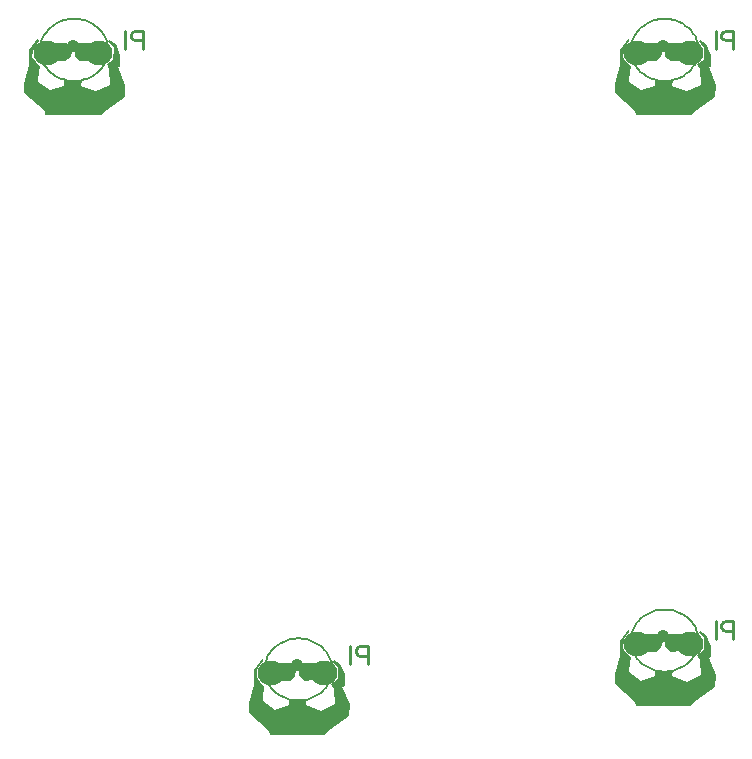
<source format=gbo>
G04 DipTrace 2.4.0.2*
%INBottomSilk.gbo*%
%MOMM*%
%ADD25C,0.152*%
%ADD27O,2.25X2.1*%
%ADD28C,1.05*%
%ADD93C,0.235*%
%FSLAX53Y53*%
G04*
G71*
G90*
G75*
G01*
%LNBotSilk*%
%LPD*%
X62100Y16325D2*
D25*
X62107Y16508D1*
X62128Y16690D1*
X62163Y16871D1*
X62211Y17049D1*
X62273Y17223D1*
X62349Y17393D1*
X62437Y17557D1*
X62537Y17716D1*
X62649Y17868D1*
X62773Y18012D1*
X62907Y18148D1*
X63051Y18276D1*
X63205Y18394D1*
X63367Y18501D1*
X63538Y18598D1*
X63715Y18684D1*
X63898Y18759D1*
X64087Y18822D1*
X64279Y18872D1*
X64476Y18910D1*
X64674Y18936D1*
X64875Y18948D1*
X65075D1*
X65276Y18936D1*
X65474Y18910D1*
X65671Y18872D1*
X65863Y18822D1*
X66052Y18759D1*
X66235Y18684D1*
X66413Y18598D1*
X66583Y18501D1*
X66745Y18394D1*
X66899Y18276D1*
X67043Y18148D1*
X67177Y18012D1*
X67301Y17868D1*
X67413Y17716D1*
X67513Y17557D1*
X67601Y17393D1*
X67677Y17223D1*
X67739Y17049D1*
X67787Y16871D1*
X67822Y16690D1*
X67843Y16508D1*
X67850Y16325D1*
X67843Y16142D1*
X67822Y15960D1*
X67787Y15779D1*
X67739Y15601D1*
X67677Y15427D1*
X67601Y15257D1*
X67513Y15093D1*
X67413Y14934D1*
X67301Y14782D1*
X67177Y14638D1*
X67043Y14502D1*
X66899Y14374D1*
X66745Y14256D1*
X66583Y14149D1*
X66413Y14052D1*
X66235Y13966D1*
X66052Y13891D1*
X65863Y13828D1*
X65671Y13778D1*
X65474Y13740D1*
X65276Y13714D1*
X65075Y13702D1*
X64875D1*
X64674Y13714D1*
X64476Y13740D1*
X64279Y13778D1*
X64087Y13828D1*
X63898Y13891D1*
X63715Y13966D1*
X63538Y14052D1*
X63367Y14149D1*
X63205Y14256D1*
X63051Y14374D1*
X62907Y14502D1*
X62773Y14638D1*
X62649Y14782D1*
X62537Y14934D1*
X62437Y15093D1*
X62349Y15257D1*
X62273Y15427D1*
X62211Y15601D1*
X62163Y15779D1*
X62128Y15960D1*
X62107Y16142D1*
X62100Y16325D1*
X31100Y13875D2*
X31107Y14058D1*
X31128Y14240D1*
X31163Y14421D1*
X31211Y14599D1*
X31273Y14773D1*
X31349Y14943D1*
X31437Y15107D1*
X31537Y15266D1*
X31649Y15418D1*
X31773Y15562D1*
X31907Y15698D1*
X32051Y15826D1*
X32205Y15944D1*
X32367Y16051D1*
X32538Y16148D1*
X32715Y16234D1*
X32898Y16309D1*
X33087Y16372D1*
X33279Y16422D1*
X33476Y16460D1*
X33674Y16486D1*
X33875Y16498D1*
X34075D1*
X34276Y16486D1*
X34474Y16460D1*
X34671Y16422D1*
X34863Y16372D1*
X35052Y16309D1*
X35235Y16234D1*
X35413Y16148D1*
X35583Y16051D1*
X35745Y15944D1*
X35899Y15826D1*
X36043Y15698D1*
X36177Y15562D1*
X36301Y15418D1*
X36413Y15266D1*
X36513Y15107D1*
X36601Y14943D1*
X36677Y14773D1*
X36739Y14599D1*
X36787Y14421D1*
X36822Y14240D1*
X36843Y14058D1*
X36850Y13875D1*
X36843Y13692D1*
X36822Y13510D1*
X36787Y13329D1*
X36739Y13151D1*
X36677Y12977D1*
X36601Y12807D1*
X36513Y12643D1*
X36413Y12484D1*
X36301Y12332D1*
X36177Y12188D1*
X36043Y12052D1*
X35899Y11924D1*
X35745Y11806D1*
X35583Y11699D1*
X35413Y11602D1*
X35235Y11516D1*
X35052Y11441D1*
X34863Y11378D1*
X34671Y11328D1*
X34474Y11290D1*
X34276Y11264D1*
X34075Y11252D1*
X33875D1*
X33674Y11264D1*
X33476Y11290D1*
X33279Y11328D1*
X33087Y11378D1*
X32898Y11441D1*
X32715Y11516D1*
X32538Y11602D1*
X32367Y11699D1*
X32205Y11806D1*
X32051Y11924D1*
X31907Y12052D1*
X31773Y12188D1*
X31649Y12332D1*
X31537Y12484D1*
X31437Y12643D1*
X31349Y12807D1*
X31273Y12977D1*
X31211Y13151D1*
X31163Y13329D1*
X31128Y13510D1*
X31107Y13692D1*
X31100Y13875D1*
D27*
X31675Y13600D3*
X36125D3*
D28*
X33875Y14225D3*
G36*
X32500Y12900D2*
X33250D1*
X33700Y13250D1*
X33800Y13800D1*
X33400Y14450D1*
X32250D1*
D1*
X32500Y12900D1*
G37*
G36*
X35250Y12950D2*
X34500Y12900D1*
X34050Y13300D1*
Y13850D1*
X34300Y14450D1*
X35600D1*
X35250Y12950D1*
G37*
G36*
X36950Y14700D2*
X37500Y14350D1*
X37900Y13450D1*
Y12450D1*
X37700Y12400D1*
X38300Y10950D1*
X38250Y9900D1*
X36500Y8650D1*
X36250Y8350D1*
X31550D1*
X31500Y8700D1*
X29750Y10200D1*
Y11000D1*
X30200Y12600D1*
Y13850D1*
X30950Y14850D1*
X31000Y14600D1*
X30550Y14000D1*
X30500Y13800D1*
X30450Y13250D1*
X30750Y12850D1*
X31100Y12500D1*
X30950Y11400D1*
Y11200D1*
X31950Y10450D1*
X33150Y10850D1*
Y11350D1*
X33900Y11250D1*
X34650Y11300D1*
X34600Y10850D1*
X35850Y10400D1*
X37050Y10950D1*
X36950Y12250D1*
X36750Y12650D1*
X37300Y13050D1*
X37350Y14050D1*
X36850Y14600D1*
X36900D1*
X36950Y14700D1*
G37*
D27*
X62675Y16050D3*
X67125D3*
D28*
X64875Y16675D3*
G36*
X63500Y15350D2*
X64250D1*
X64700Y15700D1*
X64800Y16250D1*
X64400Y16900D1*
X63250D1*
D1*
X63500Y15350D1*
G37*
G36*
X66250Y15400D2*
X65500Y15350D1*
X65050Y15750D1*
Y16300D1*
X65300Y16900D1*
X66600D1*
X66250Y15400D1*
G37*
G36*
X67950Y17150D2*
X68500Y16800D1*
X68900Y15900D1*
Y14900D1*
X68700Y14850D1*
X69300Y13400D1*
X69250Y12350D1*
X67500Y11100D1*
X67250Y10800D1*
X62550D1*
X62500Y11150D1*
X60750Y12650D1*
Y13450D1*
X61200Y15050D1*
Y16300D1*
X61950Y17300D1*
X62000Y17050D1*
X61550Y16450D1*
X61500Y16250D1*
X61450Y15700D1*
X61750Y15300D1*
X62100Y14950D1*
X61950Y13850D1*
Y13650D1*
X62950Y12900D1*
X64150Y13300D1*
Y13800D1*
X64900Y13700D1*
X65650Y13750D1*
X65600Y13300D1*
X66850Y12850D1*
X68050Y13400D1*
X67950Y14700D1*
X67750Y15100D1*
X68300Y15500D1*
X68350Y16500D1*
X67850Y17050D1*
X67900D1*
X67950Y17150D1*
G37*
X62100Y66325D2*
D25*
X62107Y66508D1*
X62128Y66690D1*
X62163Y66871D1*
X62211Y67049D1*
X62273Y67223D1*
X62349Y67393D1*
X62437Y67557D1*
X62537Y67716D1*
X62649Y67868D1*
X62773Y68012D1*
X62907Y68148D1*
X63051Y68276D1*
X63205Y68394D1*
X63367Y68501D1*
X63537Y68598D1*
X63715Y68684D1*
X63898Y68759D1*
X64087Y68822D1*
X64279Y68872D1*
X64476Y68910D1*
X64674Y68936D1*
X64875Y68948D1*
X65075D1*
X65276Y68936D1*
X65474Y68910D1*
X65671Y68872D1*
X65863Y68822D1*
X66052Y68759D1*
X66235Y68684D1*
X66412Y68598D1*
X66583Y68501D1*
X66745Y68394D1*
X66899Y68276D1*
X67043Y68148D1*
X67177Y68012D1*
X67301Y67868D1*
X67413Y67716D1*
X67513Y67557D1*
X67601Y67393D1*
X67677Y67223D1*
X67739Y67049D1*
X67787Y66871D1*
X67822Y66690D1*
X67843Y66508D1*
X67850Y66325D1*
X67843Y66142D1*
X67822Y65960D1*
X67787Y65779D1*
X67739Y65601D1*
X67677Y65427D1*
X67601Y65257D1*
X67513Y65093D1*
X67413Y64934D1*
X67301Y64782D1*
X67177Y64638D1*
X67043Y64502D1*
X66899Y64374D1*
X66745Y64256D1*
X66583Y64149D1*
X66412Y64052D1*
X66235Y63966D1*
X66052Y63891D1*
X65863Y63828D1*
X65671Y63778D1*
X65474Y63740D1*
X65276Y63714D1*
X65075Y63702D1*
X64875D1*
X64674Y63714D1*
X64476Y63740D1*
X64279Y63778D1*
X64087Y63828D1*
X63898Y63891D1*
X63715Y63966D1*
X63537Y64052D1*
X63367Y64149D1*
X63205Y64256D1*
X63051Y64374D1*
X62907Y64502D1*
X62773Y64638D1*
X62649Y64782D1*
X62537Y64934D1*
X62437Y65093D1*
X62349Y65257D1*
X62273Y65427D1*
X62211Y65601D1*
X62163Y65779D1*
X62128Y65960D1*
X62107Y66142D1*
X62100Y66325D1*
D27*
X62675Y66050D3*
X67125D3*
D28*
X64875Y66675D3*
G36*
X63500Y65350D2*
X64250D1*
X64700Y65700D1*
X64800Y66250D1*
X64400Y66900D1*
X63250D1*
D1*
X63500Y65350D1*
G37*
G36*
X66250Y65400D2*
X65500Y65350D1*
X65050Y65750D1*
Y66300D1*
X65300Y66900D1*
X66600D1*
X66250Y65400D1*
G37*
G36*
X67950Y67150D2*
X68500Y66800D1*
X68900Y65900D1*
Y64900D1*
X68700Y64850D1*
X69300Y63400D1*
X69250Y62350D1*
X67500Y61100D1*
X67250Y60800D1*
X62550D1*
X62500Y61150D1*
X60750Y62650D1*
Y63450D1*
X61200Y65050D1*
Y66300D1*
X61950Y67300D1*
X62000Y67050D1*
X61550Y66450D1*
X61500Y66250D1*
X61450Y65700D1*
X61750Y65300D1*
X62100Y64950D1*
X61950Y63850D1*
Y63650D1*
X62950Y62900D1*
X64150Y63300D1*
Y63800D1*
X64900Y63700D1*
X65650Y63750D1*
X65600Y63300D1*
X66850Y62850D1*
X68050Y63400D1*
X67950Y64700D1*
X67750Y65100D1*
X68300Y65500D1*
X68350Y66500D1*
X67850Y67050D1*
X67900D1*
X67950Y67150D1*
G37*
X12100Y66325D2*
D25*
X12107Y66508D1*
X12128Y66690D1*
X12163Y66871D1*
X12211Y67049D1*
X12273Y67223D1*
X12349Y67393D1*
X12437Y67557D1*
X12537Y67716D1*
X12649Y67868D1*
X12773Y68012D1*
X12907Y68148D1*
X13051Y68276D1*
X13205Y68394D1*
X13367Y68501D1*
X13537Y68598D1*
X13715Y68684D1*
X13898Y68759D1*
X14087Y68822D1*
X14279Y68872D1*
X14476Y68910D1*
X14674Y68936D1*
X14875Y68948D1*
X15075D1*
X15276Y68936D1*
X15474Y68910D1*
X15671Y68872D1*
X15863Y68822D1*
X16052Y68759D1*
X16235Y68684D1*
X16412Y68598D1*
X16583Y68501D1*
X16745Y68394D1*
X16899Y68276D1*
X17043Y68148D1*
X17177Y68012D1*
X17301Y67868D1*
X17413Y67716D1*
X17513Y67557D1*
X17601Y67393D1*
X17677Y67223D1*
X17739Y67049D1*
X17787Y66871D1*
X17822Y66690D1*
X17843Y66508D1*
X17850Y66325D1*
X17843Y66142D1*
X17822Y65960D1*
X17787Y65779D1*
X17739Y65601D1*
X17677Y65427D1*
X17601Y65257D1*
X17513Y65093D1*
X17413Y64934D1*
X17301Y64782D1*
X17177Y64638D1*
X17043Y64502D1*
X16899Y64374D1*
X16745Y64256D1*
X16583Y64149D1*
X16412Y64052D1*
X16235Y63966D1*
X16052Y63891D1*
X15863Y63828D1*
X15671Y63778D1*
X15474Y63740D1*
X15276Y63714D1*
X15075Y63702D1*
X14875D1*
X14674Y63714D1*
X14476Y63740D1*
X14279Y63778D1*
X14087Y63828D1*
X13898Y63891D1*
X13715Y63966D1*
X13537Y64052D1*
X13367Y64149D1*
X13205Y64256D1*
X13051Y64374D1*
X12907Y64502D1*
X12773Y64638D1*
X12649Y64782D1*
X12537Y64934D1*
X12437Y65093D1*
X12349Y65257D1*
X12273Y65427D1*
X12211Y65601D1*
X12163Y65779D1*
X12128Y65960D1*
X12107Y66142D1*
X12100Y66325D1*
D27*
X12675Y66050D3*
X17125D3*
D28*
X14875Y66675D3*
G36*
X13500Y65350D2*
X14250D1*
X14700Y65700D1*
X14800Y66250D1*
X14400Y66900D1*
X13250D1*
D1*
X13500Y65350D1*
G37*
G36*
X16250Y65400D2*
X15500Y65350D1*
X15050Y65750D1*
Y66300D1*
X15300Y66900D1*
X16600D1*
X16250Y65400D1*
G37*
G36*
X17950Y67150D2*
X18500Y66800D1*
X18900Y65900D1*
Y64900D1*
X18700Y64850D1*
X19300Y63400D1*
X19250Y62350D1*
X17500Y61100D1*
X17250Y60800D1*
X12550D1*
X12500Y61150D1*
X10750Y62650D1*
Y63450D1*
X11200Y65050D1*
Y66300D1*
X11950Y67300D1*
X12000Y67050D1*
X11550Y66450D1*
X11500Y66250D1*
X11450Y65700D1*
X11750Y65300D1*
X12100Y64950D1*
X11950Y63850D1*
Y63650D1*
X12950Y62900D1*
X14150Y63300D1*
Y63800D1*
X14900Y63700D1*
X15650Y63750D1*
X15600Y63300D1*
X16850Y62850D1*
X18050Y63400D1*
X17950Y64700D1*
X17750Y65100D1*
X18300Y65500D1*
X18350Y66500D1*
X17850Y67050D1*
X17900D1*
X17950Y67150D1*
G37*
X70791Y17149D2*
D93*
X70134D1*
X69917Y17221D1*
X69843Y17295D1*
X69771Y17440D1*
Y17659D1*
X69843Y17804D1*
X69917Y17878D1*
X70134Y17951D1*
X70791D1*
Y16419D1*
X69300Y17951D2*
Y16419D1*
X39841Y15049D2*
X39184D1*
X38967Y15121D1*
X38893Y15195D1*
X38821Y15340D1*
Y15559D1*
X38893Y15704D1*
X38967Y15778D1*
X39184Y15851D1*
X39841D1*
Y14319D1*
X38350Y15851D2*
Y14319D1*
X70791Y67149D2*
X70134D1*
X69917Y67221D1*
X69843Y67295D1*
X69771Y67440D1*
Y67659D1*
X69843Y67804D1*
X69917Y67878D1*
X70134Y67951D1*
X70791D1*
Y66419D1*
X69300Y67951D2*
Y66419D1*
X20791Y67149D2*
X20134D1*
X19917Y67221D1*
X19843Y67295D1*
X19771Y67440D1*
Y67659D1*
X19843Y67804D1*
X19917Y67878D1*
X20134Y67951D1*
X20791D1*
Y66419D1*
X19300Y67951D2*
Y66419D1*
M02*

</source>
